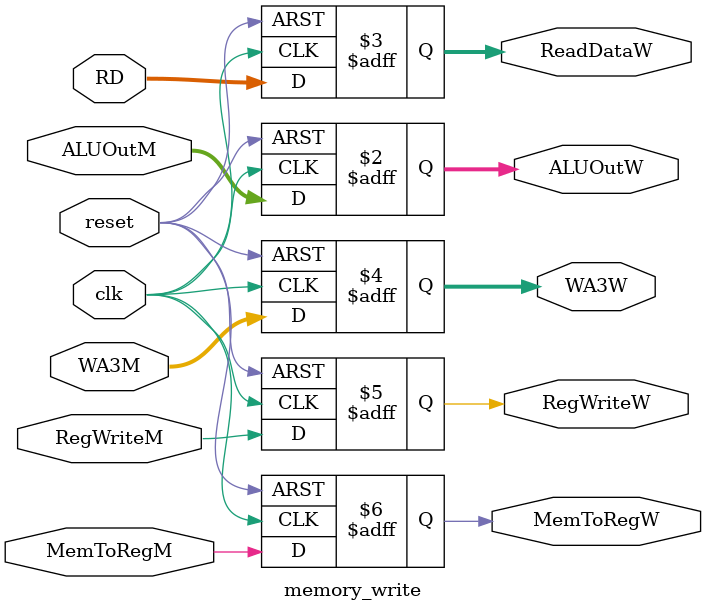
<source format=v>
`timescale 1ns / 1ps

module memory_write(
    clk,
    reset,
    ALUOutM,
    RD,
    WA3M,
    RegWriteM,
    MemToRegM,
    ALUOutW,
    ReadDataW,
    WA3W,
    RegWriteW,
    MemToRegW
);

input wire clk;
input wire reset;
input wire [31:0] ALUOutM;
input wire [31:0] RD;
input wire [3:0] WA3M;
input wire RegWriteM;
input wire MemToRegM;
output reg [31:0] ALUOutW;
output reg [31:0] ReadDataW;
output reg [3:0] WA3W;
output reg RegWriteW;
output reg MemToRegW;

always @(posedge clk or posedge reset) begin
    if (reset) begin
        ALUOutW <= 0;
        ReadDataW <= 0;
        WA3W <= 0;
        RegWriteW <= 0;
        MemToRegW <= 0;
    end else begin
        ALUOutW <= ALUOutM;
        ReadDataW <= RD;
        WA3W <= WA3M;
        RegWriteW <= RegWriteM;
        MemToRegW <= MemToRegM;
    end
end

endmodule

</source>
